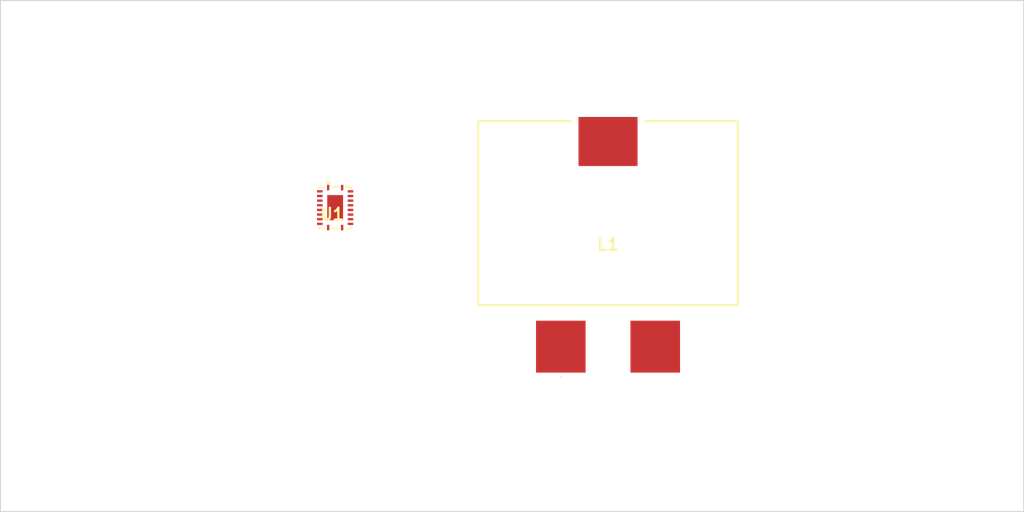
<source format=kicad_pcb>
(kicad_pcb (version 20221018) (generator pcbnew)
  (layers (0 "F.Cu" signal) (31 "B.Cu" signal) (34 "B.Paste" user) (35 "F.Paste" user) (36 "B.SilkS" user "B.Silkscreen") (37 "F.SilkS" user "F.Silkscreen") (38 "B.Mask" user) (39 "F.Mask" user) (44 "Edge.Cuts" user))
  (net 0 "")
  (footprint "SER2918H-223KL:SER2918H223KL" (layer "F.Cu") (at 135.315 87.895)
    (fp_text reference "L1" (at 0 3.395) (layer "F.SilkS") (effects (font (size 1.27 1.27) (thickness 0.254))))
    (fp_text value "SER2918H-223KL" hide)
    (fp_line (start -13.95 -9.9) (end -4 -9.9) (stroke (width 0.2)) (layer "F.SilkS"))
    (fp_line (start -13.95 9.9) (end -13.95 -9.9) (stroke (width 0.2)) (layer "F.SilkS"))
    (fp_line (start -5.075 17.6) (end -5.075 17.6) (stroke (width 0.1)) (layer "F.SilkS"))
    (fp_line (start -5.075 17.7) (end -5.075 17.7) (stroke (width 0.1)) (layer "F.SilkS"))
    (fp_line (start 4 -9.9) (end 13.95 -9.9) (stroke (width 0.2)) (layer "F.SilkS"))
    (fp_line (start 13.95 -9.9) (end 13.95 9.9) (stroke (width 0.2)) (layer "F.SilkS"))
    (fp_line (start 13.95 9.9) (end -13.95 9.9) (stroke (width 0.2)) (layer "F.SilkS"))
    (fp_arc (start -5.075 17.6) (mid -5.025 17.65) (end -5.075 17.7) (stroke (width 0.1)) (layer "F.SilkS"))
    (fp_arc (start -5.075 17.7) (mid -5.125 17.65) (end -5.075 17.6) (stroke (width 0.1)) (layer "F.SilkS"))
    (pad "1" smd rect (at -5.075 14.355) (size 5.33 5.59) (layers "F.Cu" "F.Paste" "F.Mask"))
    (pad "2" smd rect (at 5.075 14.355) (size 5.33 5.59) (layers "F.Cu" "F.Paste" "F.Mask"))
    (pad "3" smd rect (at 0 -7.72 90) (size 5.28 6.35) (layers "F.Cu" "F.Paste" "F.Mask"))
  )
  (footprint "LM25145RGYR:RGY0020B" (layer "F.Cu") (at 105.98 87.29)
    (fp_text reference "U1" (at -0.323 0.711) (layer "F.SilkS") (effects (font (size 1.27 1.27) (thickness 0.254))))
    (fp_text value "LM25145RGYR" hide)
    (fp_line (start -1.75 -2.25) (end -1.2 -2.25) (stroke (width 0.2)) (layer "F.SilkS"))
    (fp_line (start -1.75 2.25) (end -1.2 2.25) (stroke (width 0.2)) (layer "F.SilkS"))
    (fp_line (start -0.3 -2.25) (end 0.3 -2.25) (stroke (width 0.2)) (layer "F.SilkS"))
    (fp_line (start -0.3 2.25) (end 0.3 2.25) (stroke (width 0.2)) (layer "F.SilkS"))
    (fp_line (start 1.75 -2.25) (end 1.2 -2.25) (stroke (width 0.2)) (layer "F.SilkS"))
    (fp_line (start 1.75 2.25) (end 1.2 2.25) (stroke (width 0.2)) (layer "F.SilkS"))
    (fp_circle (center -0.751 -2.692) (end -0.751 -2.67041) (stroke (width 0.2)) (fill none) (layer "F.SilkS"))
    (pad "1" smd rect (at -0.75 -2.15) (size 0.25 0.6) (layers "F.Cu" "F.Paste" "F.Mask"))
    (pad "2" smd rect (at -1.65 -1.75 90) (size 0.25 0.6) (layers "F.Cu" "F.Paste" "F.Mask"))
    (pad "3" smd rect (at -1.65 -1.25 90) (size 0.25 0.6) (layers "F.Cu" "F.Paste" "F.Mask"))
    (pad "4" smd rect (at -1.65 -0.75 90) (size 0.25 0.6) (layers "F.Cu" "F.Paste" "F.Mask"))
    (pad "5" smd rect (at -1.65 -0.25 90) (size 0.25 0.6) (layers "F.Cu" "F.Paste" "F.Mask"))
    (pad "6" smd rect (at -1.65 0.25 90) (size 0.25 0.6) (layers "F.Cu" "F.Paste" "F.Mask"))
    (pad "7" smd rect (at -1.65 0.75 90) (size 0.25 0.6) (layers "F.Cu" "F.Paste" "F.Mask"))
    (pad "8" smd rect (at -1.65 1.25 90) (size 0.25 0.6) (layers "F.Cu" "F.Paste" "F.Mask"))
    (pad "9" smd rect (at -1.65 1.75 90) (size 0.25 0.6) (layers "F.Cu" "F.Paste" "F.Mask"))
    (pad "10" smd rect (at -0.75 2.15) (size 0.25 0.6) (layers "F.Cu" "F.Paste" "F.Mask"))
    (pad "11" smd rect (at 0.75 2.15) (size 0.25 0.6) (layers "F.Cu" "F.Paste" "F.Mask"))
    (pad "12" smd rect (at 1.65 1.75 90) (size 0.25 0.6) (layers "F.Cu" "F.Paste" "F.Mask"))
    (pad "13" smd rect (at 1.65 1.25 90) (size 0.25 0.6) (layers "F.Cu" "F.Paste" "F.Mask"))
    (pad "14" smd rect (at 1.65 0.75 90) (size 0.25 0.6) (layers "F.Cu" "F.Paste" "F.Mask"))
    (pad "15" smd rect (at 1.65 0.25 90) (size 0.25 0.6) (layers "F.Cu" "F.Paste" "F.Mask"))
    (pad "16" smd rect (at 1.65 -0.25 90) (size 0.25 0.6) (layers "F.Cu" "F.Paste" "F.Mask"))
    (pad "17" smd rect (at 1.65 -0.75 90) (size 0.25 0.6) (layers "F.Cu" "F.Paste" "F.Mask"))
    (pad "18" smd rect (at 1.65 -1.25 90) (size 0.25 0.6) (layers "F.Cu" "F.Paste" "F.Mask"))
    (pad "19" smd rect (at 1.65 -1.75 90) (size 0.25 0.6) (layers "F.Cu" "F.Paste" "F.Mask"))
    (pad "20" smd rect (at 0.75 -2.15) (size 0.25 0.6) (layers "F.Cu" "F.Paste" "F.Mask"))
    (pad "21" smd rect (at 0 0) (size 1.7 2.7) (layers "F.Cu" "F.Paste" "F.Mask"))
  )
  (gr_rect (start 70 65) (end 180 120) (stroke (width 0.1)) (fill none) (layer "Edge.Cuts"))
)
</source>
